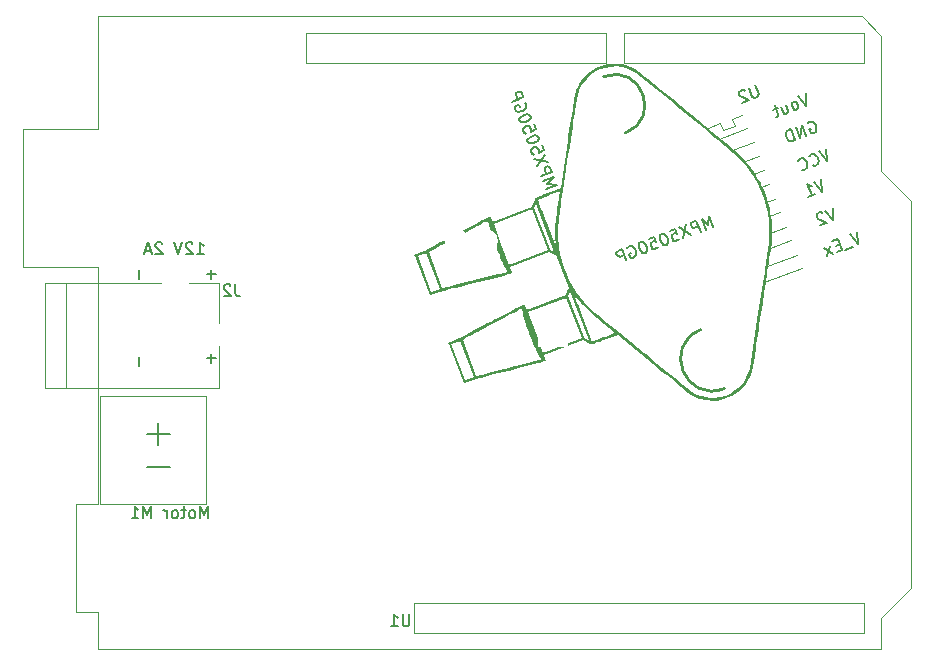
<source format=gbr>
%TF.GenerationSoftware,KiCad,Pcbnew,6.0.3-a3aad9c10e~116~ubuntu20.04.1*%
%TF.CreationDate,2022-03-21T01:13:56-04:00*%
%TF.ProjectId,Protogasm-Board-V2,50726f74-6f67-4617-936d-2d426f617264,rev?*%
%TF.SameCoordinates,PX68290a0PY76b1be0*%
%TF.FileFunction,Legend,Bot*%
%TF.FilePolarity,Positive*%
%FSLAX46Y46*%
G04 Gerber Fmt 4.6, Leading zero omitted, Abs format (unit mm)*
G04 Created by KiCad (PCBNEW 6.0.3-a3aad9c10e~116~ubuntu20.04.1) date 2022-03-21 01:13:56*
%MOMM*%
%LPD*%
G01*
G04 APERTURE LIST*
G04 Aperture macros list*
%AMRotRect*
0 Rectangle, with rotation*
0 The origin of the aperture is its center*
0 $1 length*
0 $2 width*
0 $3 Rotation angle, in degrees counterclockwise*
0 Add horizontal line*
21,1,$1,$2,0,0,$3*%
G04 Aperture macros list end*
%ADD10C,0.150000*%
%ADD11C,0.100000*%
%ADD12C,0.120000*%
%ADD13C,0.254000*%
%ADD14C,1.600000*%
%ADD15O,1.600000X1.600000*%
%ADD16R,2.000000X2.000000*%
%ADD17C,2.000000*%
%ADD18R,2.500000X3.000000*%
%ADD19O,3.500000X3.500000*%
%ADD20R,1.905000X2.000000*%
%ADD21O,1.905000X2.000000*%
%ADD22C,2.159000*%
%ADD23R,1.800000X1.800000*%
%ADD24O,1.800000X1.800000*%
%ADD25C,1.524000*%
%ADD26C,2.286000*%
%ADD27C,3.200000*%
%ADD28R,1.600000X1.600000*%
%ADD29RotRect,1.981200X1.981200X201.000000*%
%ADD30C,1.981200*%
%ADD31C,3.302000*%
%ADD32C,3.048000*%
G04 APERTURE END LIST*
D10*
X8254761Y33329620D02*
X8826190Y33329620D01*
X8540476Y33329620D02*
X8540476Y34329620D01*
X8635714Y34186762D01*
X8730952Y34091524D01*
X8826190Y34043905D01*
X7873809Y34234381D02*
X7826190Y34282000D01*
X7730952Y34329620D01*
X7492857Y34329620D01*
X7397619Y34282000D01*
X7350000Y34234381D01*
X7302380Y34139143D01*
X7302380Y34043905D01*
X7350000Y33901048D01*
X7921428Y33329620D01*
X7302380Y33329620D01*
X7016666Y34329620D02*
X6683333Y33329620D01*
X6350000Y34329620D01*
X5302380Y34234381D02*
X5254761Y34282000D01*
X5159523Y34329620D01*
X4921428Y34329620D01*
X4826190Y34282000D01*
X4778571Y34234381D01*
X4730952Y34139143D01*
X4730952Y34043905D01*
X4778571Y33901048D01*
X5350000Y33329620D01*
X4730952Y33329620D01*
X4350000Y33615334D02*
X3873809Y33615334D01*
X4445238Y33329620D02*
X4111904Y34329620D01*
X3778571Y33329620D01*
%TO.C,J2*%
X11509333Y30773620D02*
X11509333Y30059334D01*
X11556952Y29916477D01*
X11652190Y29821239D01*
X11795047Y29773620D01*
X11890285Y29773620D01*
X11080761Y30678381D02*
X11033142Y30726000D01*
X10937904Y30773620D01*
X10699809Y30773620D01*
X10604571Y30726000D01*
X10556952Y30678381D01*
X10509333Y30583143D01*
X10509333Y30487905D01*
X10556952Y30345048D01*
X11128380Y29773620D01*
X10509333Y29773620D01*
X9469428Y32003953D02*
X9469428Y31242048D01*
X9850380Y31623000D02*
X9088476Y31623000D01*
X9469428Y24891953D02*
X9469428Y24130048D01*
X9850380Y24511000D02*
X9088476Y24511000D01*
X3373428Y32003953D02*
X3373428Y31242048D01*
X3373428Y24637953D02*
X3373428Y23876048D01*
%TO.C,U1*%
X26243404Y2833620D02*
X26243404Y2024096D01*
X26195785Y1928858D01*
X26148166Y1881239D01*
X26052928Y1833620D01*
X25862452Y1833620D01*
X25767214Y1881239D01*
X25719595Y1928858D01*
X25671976Y2024096D01*
X25671976Y2833620D01*
X24671976Y1833620D02*
X25243404Y1833620D01*
X24957690Y1833620D02*
X24957690Y2833620D01*
X25052928Y2690762D01*
X25148166Y2595524D01*
X25243404Y2547905D01*
%TO.C,U2*%
X55514253Y47633263D02*
X55804361Y46877508D01*
X55794035Y46771530D01*
X55766644Y46710009D01*
X55694796Y46631422D01*
X55516972Y46563162D01*
X55410994Y46573488D01*
X55349473Y46600879D01*
X55270886Y46672726D01*
X54980779Y47428482D01*
X54614803Y47185983D02*
X54553282Y47213374D01*
X54447304Y47223700D01*
X54225023Y47138374D01*
X54153176Y47059788D01*
X54125785Y46998266D01*
X54115459Y46892289D01*
X54149589Y46803376D01*
X54245241Y46687073D01*
X54983497Y46358380D01*
X54405566Y46136533D01*
X64139814Y35240176D02*
X64186988Y34187139D01*
X63517427Y35001264D01*
X63821013Y33944641D02*
X63109713Y33671598D01*
X62665585Y34164203D02*
X62354392Y34044747D01*
X62408740Y33504534D02*
X62853302Y33675185D01*
X62494934Y34608766D01*
X62050372Y34438114D01*
X62097546Y33385078D02*
X61369616Y33819748D01*
X61858634Y34007465D02*
X61608528Y33197361D01*
X61538565Y42268668D02*
X61585739Y41215631D01*
X60916178Y42029756D01*
X60395748Y40860850D02*
X60457269Y40833459D01*
X60607703Y40840198D01*
X60696615Y40874329D01*
X60812919Y40969980D01*
X60867701Y41093023D01*
X60878027Y41199000D01*
X60854222Y41393890D01*
X60803027Y41527259D01*
X60690310Y41688019D01*
X60611724Y41759866D01*
X60488681Y41814648D01*
X60338247Y41807909D01*
X60249335Y41773779D01*
X60133031Y41678127D01*
X60105640Y41616606D01*
X59462167Y40502482D02*
X59523689Y40475091D01*
X59674122Y40481830D01*
X59763035Y40515961D01*
X59879338Y40611612D01*
X59934120Y40734655D01*
X59944446Y40840632D01*
X59920642Y41035522D01*
X59869446Y41168891D01*
X59756730Y41329651D01*
X59678143Y41401498D01*
X59555101Y41456280D01*
X59404667Y41449541D01*
X59315754Y41415411D01*
X59199451Y41319759D01*
X59172060Y41258238D01*
X62064233Y37267272D02*
X62111407Y36214235D01*
X61441846Y37028360D01*
X61209239Y36837057D02*
X61147718Y36864448D01*
X61041740Y36874774D01*
X60819459Y36789448D01*
X60747612Y36710861D01*
X60720221Y36649340D01*
X60709895Y36543362D01*
X60744025Y36454450D01*
X60839677Y36338147D01*
X61577933Y36009454D01*
X61000002Y35787607D01*
X61086914Y39692875D02*
X61134088Y38639838D01*
X60464527Y39453963D01*
X60022683Y38213210D02*
X60556158Y38417992D01*
X60289420Y38315601D02*
X59931052Y39249181D01*
X60071160Y39149943D01*
X60194203Y39095161D01*
X60300180Y39084835D01*
X59781323Y46960023D02*
X59828497Y45906986D01*
X59158936Y46721111D01*
X59072742Y45616879D02*
X59144589Y45695465D01*
X59171980Y45756987D01*
X59182306Y45862964D01*
X59079915Y46129702D01*
X59001329Y46201549D01*
X58939807Y46228940D01*
X58833830Y46239266D01*
X58700461Y46188071D01*
X58628614Y46109484D01*
X58601223Y46047963D01*
X58590897Y45941985D01*
X58693288Y45675248D01*
X58771874Y45603401D01*
X58833396Y45576009D01*
X58939373Y45565684D01*
X59072742Y45616879D01*
X57722425Y45812637D02*
X57961336Y45190250D01*
X58122530Y45966224D02*
X58310247Y45477205D01*
X58299921Y45371228D01*
X58228074Y45292641D01*
X58094705Y45241446D01*
X57988728Y45251772D01*
X57927206Y45279163D01*
X57411231Y45693181D02*
X57055581Y45556660D01*
X57158406Y45953179D02*
X57465579Y45152968D01*
X57455253Y45046990D01*
X57383406Y44968404D01*
X57294493Y44934273D01*
X37780080Y38871479D02*
X38713661Y39229847D01*
X37927362Y39285063D01*
X38474749Y39852234D01*
X37541168Y39493866D01*
X37370517Y39938428D02*
X38304097Y40296796D01*
X38167576Y40652446D01*
X38088990Y40724293D01*
X38027469Y40751684D01*
X37921491Y40762010D01*
X37788122Y40710815D01*
X37716275Y40632228D01*
X37688884Y40570707D01*
X37678558Y40464729D01*
X37815079Y40109079D01*
X37979860Y41141464D02*
X36807367Y41405483D01*
X37740948Y41763851D02*
X37046279Y40783096D01*
X37433775Y42564063D02*
X37604427Y42119501D01*
X37176930Y41904393D01*
X37204321Y41965914D01*
X37214647Y42071892D01*
X37129321Y42294173D01*
X37050735Y42366020D01*
X36989213Y42393411D01*
X36883236Y42403737D01*
X36660955Y42318412D01*
X36589107Y42239825D01*
X36561716Y42178304D01*
X36551390Y42072326D01*
X36636716Y41850045D01*
X36715303Y41778198D01*
X36776824Y41750807D01*
X37194863Y43186450D02*
X37160733Y43275362D01*
X37082147Y43347209D01*
X37020625Y43374600D01*
X36914648Y43384926D01*
X36719758Y43361122D01*
X36497477Y43275796D01*
X36336717Y43163080D01*
X36264870Y43084493D01*
X36237479Y43022972D01*
X36227153Y42916994D01*
X36261283Y42828082D01*
X36339869Y42756234D01*
X36401391Y42728843D01*
X36507368Y42718517D01*
X36702258Y42742322D01*
X36924539Y42827648D01*
X37085299Y42940364D01*
X37157146Y43018951D01*
X37184537Y43080472D01*
X37194863Y43186450D01*
X36751170Y44342311D02*
X36921821Y43897749D01*
X36494324Y43682641D01*
X36521715Y43744163D01*
X36532041Y43850140D01*
X36446715Y44072421D01*
X36368129Y44144269D01*
X36306608Y44171660D01*
X36200630Y44181986D01*
X35978349Y44096660D01*
X35906502Y44018074D01*
X35879111Y43956552D01*
X35868785Y43850575D01*
X35954110Y43628294D01*
X36032697Y43556446D01*
X36094218Y43529055D01*
X36512258Y44964698D02*
X36478127Y45053611D01*
X36399541Y45125458D01*
X36338020Y45152849D01*
X36232042Y45163175D01*
X36037152Y45139371D01*
X35814871Y45054045D01*
X35654111Y44941328D01*
X35582264Y44862742D01*
X35554873Y44801220D01*
X35544547Y44695243D01*
X35578677Y44606330D01*
X35657264Y44534483D01*
X35718785Y44507092D01*
X35824763Y44496766D01*
X36019653Y44520570D01*
X36241934Y44605896D01*
X36402693Y44718613D01*
X36474541Y44797199D01*
X36501932Y44858721D01*
X36512258Y44964698D01*
X36007043Y46147951D02*
X36085629Y46076103D01*
X36136825Y45942735D01*
X36143564Y45792301D01*
X36088782Y45669258D01*
X36016934Y45590672D01*
X35856175Y45477955D01*
X35722806Y45426760D01*
X35527916Y45402955D01*
X35421939Y45413281D01*
X35298896Y45468063D01*
X35203244Y45584367D01*
X35169114Y45673279D01*
X35162375Y45823713D01*
X35189766Y45885234D01*
X35500959Y46004690D01*
X35569220Y45826866D01*
X34947267Y46251210D02*
X35880848Y46609578D01*
X35744326Y46965228D01*
X35665740Y47037075D01*
X35604219Y47064466D01*
X35498241Y47074792D01*
X35364872Y47023596D01*
X35293025Y46945010D01*
X35265634Y46883489D01*
X35255308Y46777511D01*
X35391829Y46421861D01*
X59955924Y44410901D02*
X60027771Y44489487D01*
X60161140Y44540683D01*
X60311574Y44547422D01*
X60434616Y44492640D01*
X60513203Y44420792D01*
X60625920Y44260033D01*
X60677115Y44126664D01*
X60700919Y43931774D01*
X60690594Y43825796D01*
X60635811Y43702754D01*
X60519508Y43607102D01*
X60430596Y43572972D01*
X60280162Y43566233D01*
X60218640Y43593624D01*
X60099184Y43904817D01*
X60277009Y43973078D01*
X59852665Y43351125D02*
X59494297Y44284705D01*
X59319190Y43146343D01*
X58960822Y44079924D01*
X58874628Y42975692D02*
X58516260Y43909272D01*
X58293979Y43823947D01*
X58177676Y43728295D01*
X58122893Y43605252D01*
X58112568Y43499275D01*
X58136372Y43304385D01*
X58187567Y43171016D01*
X58300284Y43010256D01*
X58378871Y42938409D01*
X58501913Y42883627D01*
X58652347Y42890366D01*
X58874628Y42975692D01*
X51965067Y35659087D02*
X51606699Y36592668D01*
X51551483Y35806369D01*
X50984312Y36353756D01*
X51342680Y35420175D01*
X50898118Y35249524D02*
X50539750Y36183104D01*
X50184100Y36046583D01*
X50112253Y35967997D01*
X50084862Y35906476D01*
X50074536Y35800498D01*
X50125731Y35667129D01*
X50204318Y35595282D01*
X50265839Y35567891D01*
X50371817Y35557565D01*
X50727467Y35694086D01*
X49695082Y35858867D02*
X49431063Y34686374D01*
X49072695Y35619955D02*
X50053450Y34925286D01*
X48272483Y35312782D02*
X48717045Y35483434D01*
X48932153Y35055937D01*
X48870632Y35083328D01*
X48764654Y35093654D01*
X48542373Y35008328D01*
X48470526Y34929742D01*
X48443135Y34868220D01*
X48432809Y34762243D01*
X48518134Y34539962D01*
X48596721Y34468114D01*
X48658242Y34440723D01*
X48764220Y34430397D01*
X48986501Y34515723D01*
X49058348Y34594310D01*
X49085739Y34655831D01*
X47650096Y35073870D02*
X47561184Y35039740D01*
X47489337Y34961154D01*
X47461946Y34899632D01*
X47451620Y34793655D01*
X47475424Y34598765D01*
X47560750Y34376484D01*
X47673466Y34215724D01*
X47752053Y34143877D01*
X47813574Y34116486D01*
X47919552Y34106160D01*
X48008464Y34140290D01*
X48080312Y34218876D01*
X48107703Y34280398D01*
X48118029Y34386375D01*
X48094224Y34581265D01*
X48008898Y34803546D01*
X47896182Y34964306D01*
X47817595Y35036153D01*
X47756074Y35063544D01*
X47650096Y35073870D01*
X46494235Y34630177D02*
X46938797Y34800828D01*
X47153905Y34373331D01*
X47092383Y34400722D01*
X46986406Y34411048D01*
X46764125Y34325722D01*
X46692277Y34247136D01*
X46664886Y34185615D01*
X46654560Y34079637D01*
X46739886Y33857356D01*
X46818472Y33785509D01*
X46879994Y33758118D01*
X46985971Y33747792D01*
X47208252Y33833117D01*
X47280100Y33911704D01*
X47307491Y33973225D01*
X45871848Y34391265D02*
X45782935Y34357134D01*
X45711088Y34278548D01*
X45683697Y34217027D01*
X45673371Y34111049D01*
X45697175Y33916159D01*
X45782501Y33693878D01*
X45895218Y33533118D01*
X45973804Y33461271D01*
X46035326Y33433880D01*
X46141303Y33423554D01*
X46230216Y33457684D01*
X46302063Y33536271D01*
X46329454Y33597792D01*
X46339780Y33703770D01*
X46315976Y33898660D01*
X46230650Y34120941D01*
X46117933Y34281700D01*
X46039347Y34353548D01*
X45977825Y34380939D01*
X45871848Y34391265D01*
X44688595Y33886050D02*
X44760443Y33964636D01*
X44893811Y34015832D01*
X45044245Y34022571D01*
X45167288Y33967789D01*
X45245874Y33895941D01*
X45358591Y33735182D01*
X45409786Y33601813D01*
X45433591Y33406923D01*
X45423265Y33300946D01*
X45368483Y33177903D01*
X45252179Y33082251D01*
X45163267Y33048121D01*
X45012833Y33041382D01*
X44951312Y33068773D01*
X44831856Y33379966D01*
X45009680Y33448227D01*
X44585336Y32826274D02*
X44226968Y33759855D01*
X43871318Y33623333D01*
X43799471Y33544747D01*
X43772080Y33483226D01*
X43761754Y33377248D01*
X43812950Y33243879D01*
X43891536Y33172032D01*
X43953057Y33144641D01*
X44059035Y33134315D01*
X44414685Y33270836D01*
%TO.C,M1*%
X4380904Y10977620D02*
X4380904Y11977620D01*
X4047571Y11263334D01*
X3714238Y11977620D01*
X3714238Y10977620D01*
X2714238Y10977620D02*
X3285666Y10977620D01*
X2999952Y10977620D02*
X2999952Y11977620D01*
X3095190Y11834762D01*
X3190428Y11739524D01*
X3285666Y11691905D01*
X5938119Y18106572D02*
X4002880Y18106572D01*
X4970500Y17138953D02*
X4970500Y19074191D01*
X9206904Y10977620D02*
X9206904Y11977620D01*
X8873571Y11263334D01*
X8540238Y11977620D01*
X8540238Y10977620D01*
X7921190Y10977620D02*
X8016428Y11025239D01*
X8064047Y11072858D01*
X8111666Y11168096D01*
X8111666Y11453810D01*
X8064047Y11549048D01*
X8016428Y11596667D01*
X7921190Y11644286D01*
X7778333Y11644286D01*
X7683095Y11596667D01*
X7635476Y11549048D01*
X7587857Y11453810D01*
X7587857Y11168096D01*
X7635476Y11072858D01*
X7683095Y11025239D01*
X7778333Y10977620D01*
X7921190Y10977620D01*
X7302142Y11644286D02*
X6921190Y11644286D01*
X7159285Y11977620D02*
X7159285Y11120477D01*
X7111666Y11025239D01*
X7016428Y10977620D01*
X6921190Y10977620D01*
X6445000Y10977620D02*
X6540238Y11025239D01*
X6587857Y11072858D01*
X6635476Y11168096D01*
X6635476Y11453810D01*
X6587857Y11549048D01*
X6540238Y11596667D01*
X6445000Y11644286D01*
X6302142Y11644286D01*
X6206904Y11596667D01*
X6159285Y11549048D01*
X6111666Y11453810D01*
X6111666Y11168096D01*
X6159285Y11072858D01*
X6206904Y11025239D01*
X6302142Y10977620D01*
X6445000Y10977620D01*
X5683095Y10977620D02*
X5683095Y11644286D01*
X5683095Y11453810D02*
X5635476Y11549048D01*
X5587857Y11596667D01*
X5492619Y11644286D01*
X5397380Y11644286D01*
X5938119Y15312572D02*
X4002880Y15312572D01*
D11*
%TO.C,J2*%
X-4572000Y30861000D02*
X5207000Y30861000D01*
D12*
X10160000Y30861000D02*
X7594600Y30861000D01*
X10160000Y21971000D02*
X10160000Y25577800D01*
X10160000Y30861000D02*
X10160000Y27508200D01*
D11*
X10160000Y21971000D02*
X-4572000Y21971000D01*
X-4572000Y21971000D02*
X-4572000Y30861000D01*
D12*
X-4572000Y21971000D02*
X-2794000Y21971000D01*
X-2794000Y21971000D02*
X-2794000Y30861000D01*
X-2794000Y30861000D02*
X-4572000Y30861000D01*
X-4572000Y30861000D02*
X-4572000Y21971000D01*
%TO.C,U1*%
X64520000Y53470000D02*
X66170000Y51820000D01*
X-6480000Y43940000D02*
X-130000Y43940000D01*
X68710000Y37850000D02*
X68710000Y5080000D01*
X-2030000Y3050000D02*
X-2030000Y12190000D01*
X-130000Y53470000D02*
X64520000Y53470000D01*
X-2030000Y12190000D02*
X-130000Y12190000D01*
X-130000Y32260000D02*
X-6480000Y32260000D01*
X66170000Y-130000D02*
X-130000Y-130000D01*
X-130000Y12190000D02*
X-130000Y32260000D01*
X-130000Y-130000D02*
X-130000Y3050000D01*
X-130000Y3050000D02*
X-2030000Y3050000D01*
X66170000Y40390000D02*
X68710000Y37850000D01*
X-6480000Y32260000D02*
X-6480000Y43940000D01*
X68710000Y5080000D02*
X66170000Y2540000D01*
X-130000Y43940000D02*
X-130000Y53470000D01*
X66170000Y2540000D02*
X66170000Y-130000D01*
X66170000Y51820000D02*
X66170000Y40390000D01*
X17526000Y52070000D02*
X42926000Y52070000D01*
X42926000Y52070000D02*
X42926000Y49530000D01*
X42926000Y49530000D02*
X17526000Y49530000D01*
X17526000Y49530000D02*
X17526000Y52070000D01*
X44450000Y49530000D02*
X64770000Y49530000D01*
X64770000Y49530000D02*
X64770000Y52070000D01*
X64770000Y52070000D02*
X44450000Y52070000D01*
X44450000Y52070000D02*
X44450000Y49530000D01*
X26670000Y1270000D02*
X64770000Y1270000D01*
X64770000Y1270000D02*
X64770000Y3810000D01*
X64770000Y3810000D02*
X26670000Y3810000D01*
X26670000Y3810000D02*
X26670000Y1270000D01*
%TO.C,U2*%
X58541291Y34572978D02*
X56739481Y33881328D01*
X56279990Y40463871D02*
X55369749Y40114462D01*
X54632048Y41213062D02*
X55817695Y41668190D01*
X52768491Y43807548D02*
X53776758Y44194585D01*
X53551422Y42158603D02*
X54649966Y41166383D01*
X53540235Y44810748D02*
X54380457Y45133279D01*
X57638204Y36925601D02*
X56690620Y36561857D01*
X51484189Y44000083D02*
X52539135Y44405039D01*
X53776758Y44194585D02*
X53540235Y44810748D01*
X58122001Y35665267D02*
X56805652Y35159969D01*
X56720782Y39315567D02*
X55978586Y39030664D01*
X55380486Y42807158D02*
X53578676Y42115507D01*
X59451546Y32201684D02*
X56277372Y30983233D01*
X57208163Y38045897D02*
X56461298Y37759203D01*
X59044091Y33277093D02*
X56551431Y32320251D01*
X52539135Y44405039D02*
X52768491Y43807548D01*
X54814082Y44003647D02*
X52442788Y43093392D01*
D13*
X50893628Y26940345D02*
G75*
G03*
X52913214Y21958187I1009793J-2491079D01*
G01*
X44505719Y43581415D02*
G75*
G03*
X42692423Y48374975I-906648J2396780D01*
G01*
G36*
X33302595Y36082864D02*
G01*
X36342544Y37249790D01*
X36824494Y37249790D01*
X38159466Y33772067D01*
X38189168Y33694691D01*
X38353200Y33623987D01*
X38517231Y33553282D01*
X36973671Y37574394D01*
X36899083Y37412092D01*
X36824494Y37249790D01*
X36342544Y37249790D01*
X36600039Y37348633D01*
X36729913Y37646602D01*
X36765570Y37732069D01*
X36811353Y37855737D01*
X36838325Y37946335D01*
X37116335Y37946335D01*
X37118263Y37938854D01*
X37138514Y37881462D01*
X37179206Y37771755D01*
X37218234Y37668273D01*
X37238450Y37614672D01*
X37314361Y37415149D01*
X37405050Y37178128D01*
X37508632Y36908542D01*
X37623218Y36611333D01*
X37746921Y36291437D01*
X37877854Y35953792D01*
X38645897Y33975901D01*
X38627722Y34225595D01*
X38623942Y34278168D01*
X38602560Y34613431D01*
X38588816Y34921462D01*
X38584820Y35131526D01*
X38808582Y35131526D01*
X38811335Y35031867D01*
X38813329Y34987980D01*
X38827491Y34758374D01*
X38848329Y34501530D01*
X38874197Y34232624D01*
X38903447Y33966832D01*
X38934431Y33719331D01*
X38965503Y33505296D01*
X38995013Y33339903D01*
X39060608Y33067075D01*
X39157573Y32735346D01*
X39276547Y32377512D01*
X39411845Y32008385D01*
X39557782Y31642769D01*
X39708675Y31295473D01*
X39858839Y30981306D01*
X40002591Y30715074D01*
X40018395Y30688459D01*
X40114558Y30536853D01*
X40240210Y30350688D01*
X40264254Y30316427D01*
X40386421Y30142345D01*
X40544259Y29924203D01*
X40704795Y29708643D01*
X40859097Y29508048D01*
X40998236Y29334795D01*
X41041029Y29284057D01*
X41110727Y29205334D01*
X41189807Y29120829D01*
X41280508Y29028630D01*
X41385071Y28926825D01*
X41505732Y28813505D01*
X41644734Y28686760D01*
X41804314Y28544678D01*
X41986712Y28385348D01*
X42194166Y28206860D01*
X42428917Y28007302D01*
X42693204Y27784766D01*
X42989266Y27537340D01*
X43319342Y27263112D01*
X43685671Y26960173D01*
X43886254Y26794898D01*
X44090493Y26626611D01*
X44536048Y26260516D01*
X45024573Y25859977D01*
X45558310Y25423084D01*
X46139496Y24947925D01*
X46254506Y24853944D01*
X46769450Y24433204D01*
X47237859Y24050620D01*
X47662143Y23704282D01*
X48044710Y23392284D01*
X48387968Y23112715D01*
X48694326Y22863667D01*
X48966192Y22643231D01*
X49205974Y22449497D01*
X49416080Y22280559D01*
X49598920Y22134505D01*
X49756902Y22009428D01*
X49892433Y21903418D01*
X50007923Y21814567D01*
X50105780Y21740968D01*
X50188412Y21680708D01*
X50258227Y21631880D01*
X50317635Y21592578D01*
X50369044Y21560889D01*
X50414861Y21534906D01*
X50457495Y21512720D01*
X50499355Y21492423D01*
X50613222Y21440483D01*
X50989300Y21299124D01*
X51359145Y21210803D01*
X51739907Y21172275D01*
X52148742Y21180292D01*
X52225422Y21186809D01*
X52400257Y21208164D01*
X52566470Y21236027D01*
X52696440Y21266070D01*
X52811980Y21299219D01*
X52926370Y21331518D01*
X53005221Y21353200D01*
X53161450Y21409256D01*
X53362923Y21509412D01*
X53583089Y21641570D01*
X53809707Y21797268D01*
X54030532Y21968049D01*
X54233324Y22145452D01*
X54405839Y22321019D01*
X54468254Y22393704D01*
X54538040Y22485647D01*
X54603223Y22587969D01*
X54670839Y22712924D01*
X54747927Y22872771D01*
X54841523Y23079763D01*
X55080576Y23618107D01*
X55710815Y27812759D01*
X55787139Y28320746D01*
X55867602Y28856294D01*
X55947227Y29386275D01*
X56025227Y29905451D01*
X56100816Y30408583D01*
X56173207Y30890432D01*
X56241611Y31345761D01*
X56305242Y31769331D01*
X56363314Y32155903D01*
X56415040Y32500238D01*
X56459633Y32797099D01*
X56496303Y33041247D01*
X56524267Y33227443D01*
X56531274Y33274284D01*
X56599360Y33754513D01*
X56652134Y34182361D01*
X56690040Y34566567D01*
X56713524Y34915869D01*
X56723025Y35239002D01*
X56718991Y35544705D01*
X56701863Y35841715D01*
X56672085Y36138769D01*
X56576618Y36786536D01*
X56435219Y37451154D01*
X56251205Y38081682D01*
X56020725Y38688146D01*
X55739934Y39280566D01*
X55404982Y39868971D01*
X55012022Y40463381D01*
X54996093Y40485911D01*
X54818853Y40725556D01*
X54631678Y40957270D01*
X54428391Y41187250D01*
X54202816Y41421692D01*
X53948777Y41666793D01*
X53660098Y41928748D01*
X53330602Y42213754D01*
X52954114Y42528009D01*
X52817486Y42640473D01*
X52629128Y42795511D01*
X52399397Y42984599D01*
X52132386Y43204370D01*
X51832183Y43451458D01*
X51502878Y43722496D01*
X51148563Y44014118D01*
X50773325Y44322958D01*
X50381257Y44645648D01*
X49976448Y44978824D01*
X49562986Y45319117D01*
X49144965Y45663165D01*
X48726472Y46007596D01*
X45451342Y48703119D01*
X44913469Y48943228D01*
X44789311Y48997661D01*
X44542722Y49096757D01*
X44325788Y49166852D01*
X44121419Y49211104D01*
X43912526Y49232670D01*
X43682018Y49234704D01*
X43412806Y49220363D01*
X43287631Y49209160D01*
X42833477Y49130920D01*
X42408039Y48995687D01*
X42010783Y48803260D01*
X41641175Y48553438D01*
X41544481Y48475574D01*
X41251431Y48204156D01*
X41007549Y47913363D01*
X40802132Y47589126D01*
X40624471Y47217375D01*
X40620684Y47208277D01*
X40603346Y47165029D01*
X40586588Y47119220D01*
X40569896Y47067819D01*
X40552759Y47007797D01*
X40534665Y46936122D01*
X40515100Y46849766D01*
X40493552Y46745697D01*
X40469508Y46620886D01*
X40442457Y46472303D01*
X40411885Y46296918D01*
X40377279Y46091700D01*
X40338128Y45853619D01*
X40293920Y45579646D01*
X40244139Y45266751D01*
X40188276Y44911903D01*
X40125817Y44512072D01*
X40056250Y44064228D01*
X39979061Y43565341D01*
X39893741Y43012380D01*
X39799774Y42402317D01*
X39696647Y41732121D01*
X39618786Y41225450D01*
X39511373Y40524320D01*
X39413357Y39881410D01*
X39324354Y39293803D01*
X39243978Y38758579D01*
X39243746Y38757020D01*
X39171843Y38272822D01*
X39107563Y37833612D01*
X39050753Y37438031D01*
X39001029Y37083161D01*
X38958001Y36766083D01*
X38921288Y36483880D01*
X38890502Y36233632D01*
X38865258Y36012422D01*
X38845171Y35817331D01*
X38829854Y35645441D01*
X38818921Y35493835D01*
X38811990Y35359591D01*
X38808671Y35239795D01*
X38808582Y35131526D01*
X38584820Y35131526D01*
X38583285Y35212240D01*
X38586546Y35495748D01*
X38599174Y35781967D01*
X38621747Y36080878D01*
X38654843Y36402462D01*
X38699037Y36756700D01*
X38754909Y37153574D01*
X38823035Y37603064D01*
X38987023Y38658473D01*
X38054941Y38309730D01*
X37943384Y38267904D01*
X37722292Y38184462D01*
X37524826Y38109214D01*
X37358241Y38044968D01*
X37229794Y37994534D01*
X37146740Y37960720D01*
X37116335Y37946335D01*
X36838325Y37946335D01*
X36840325Y37953054D01*
X36847364Y38008248D01*
X36846498Y38013105D01*
X36846554Y38029914D01*
X36855906Y38047116D01*
X36880132Y38067254D01*
X36924811Y38092874D01*
X36995522Y38126519D01*
X37097842Y38170732D01*
X37237352Y38228058D01*
X37419630Y38301042D01*
X37650255Y38392227D01*
X37934804Y38504158D01*
X39034668Y38936391D01*
X39638087Y42888266D01*
X39708236Y43346418D01*
X39782963Y43831667D01*
X39855269Y44298353D01*
X39924508Y44742420D01*
X39990030Y45159812D01*
X40051188Y45546472D01*
X40107336Y45898343D01*
X40157826Y46211372D01*
X40202010Y46481498D01*
X40239240Y46704668D01*
X40268869Y46876824D01*
X40290250Y46993910D01*
X40302734Y47051870D01*
X40315996Y47094519D01*
X40383375Y47269911D01*
X40478344Y47476612D01*
X40593270Y47698744D01*
X40720511Y47920430D01*
X40732704Y47940187D01*
X40883406Y48145829D01*
X41079682Y48361908D01*
X41308730Y48577140D01*
X41557747Y48780244D01*
X41813930Y48959934D01*
X42064479Y49104929D01*
X42204793Y49171356D01*
X42578797Y49308310D01*
X42978982Y49404618D01*
X43391576Y49458897D01*
X43802808Y49469768D01*
X44198901Y49435849D01*
X44566082Y49355758D01*
X44593343Y49347374D01*
X44775805Y49281199D01*
X44982215Y49192796D01*
X45195646Y49090610D01*
X45399170Y48983084D01*
X45575859Y48878663D01*
X45708784Y48785790D01*
X45773080Y48733927D01*
X45886431Y48641748D01*
X46039096Y48517126D01*
X46227221Y48363230D01*
X46446946Y48183235D01*
X46694416Y47980315D01*
X46965775Y47757642D01*
X47257164Y47518390D01*
X47564727Y47265733D01*
X47884608Y47002843D01*
X48212949Y46732894D01*
X48545894Y46459059D01*
X48879586Y46184512D01*
X49210167Y45912425D01*
X49533781Y45645973D01*
X49846572Y45388328D01*
X50144682Y45142663D01*
X50424255Y44912153D01*
X50681433Y44699971D01*
X50912361Y44509289D01*
X51113180Y44343281D01*
X51280035Y44205120D01*
X51409068Y44097980D01*
X51496421Y44025034D01*
X51538241Y43989456D01*
X51619495Y43914745D01*
X51708572Y43827869D01*
X51770301Y43761975D01*
X51777622Y43753542D01*
X51831841Y43703611D01*
X51869121Y43689004D01*
X51873249Y43688803D01*
X51916354Y43665023D01*
X51992409Y43611694D01*
X52089024Y43538596D01*
X52193802Y43455503D01*
X52294350Y43372195D01*
X52378273Y43298448D01*
X52433178Y43244039D01*
X52466960Y43212140D01*
X52541763Y43151077D01*
X52634168Y43081634D01*
X52721212Y43016369D01*
X52855500Y42911524D01*
X53017829Y42781949D01*
X53197322Y42636519D01*
X53383100Y42484110D01*
X53564284Y42333597D01*
X53729997Y42193858D01*
X53869361Y42073767D01*
X53977343Y41976746D01*
X54155828Y41807701D01*
X54336514Y41627602D01*
X54506675Y41449553D01*
X54653584Y41286660D01*
X54764514Y41152024D01*
X54825108Y41075299D01*
X54895132Y40992696D01*
X54944255Y40941719D01*
X54983975Y40901331D01*
X55066980Y40798507D01*
X55172079Y40653434D01*
X55293929Y40474378D01*
X55427186Y40269609D01*
X55566504Y40047394D01*
X55706540Y39816003D01*
X55841951Y39583701D01*
X55967392Y39358759D01*
X56035806Y39228660D01*
X56178268Y38932647D01*
X56246542Y38774829D01*
X56313831Y38619293D01*
X56435439Y38306280D01*
X56536037Y38011288D01*
X56608570Y37751996D01*
X56657800Y37538377D01*
X56735380Y37171711D01*
X56805581Y36802885D01*
X56865623Y36447728D01*
X56912723Y36122072D01*
X56944104Y35841747D01*
X56948154Y35789795D01*
X56956315Y35600879D01*
X56958606Y35375620D01*
X56955576Y35126546D01*
X56947770Y34866185D01*
X56935737Y34607065D01*
X56920027Y34361715D01*
X56901184Y34142663D01*
X56879758Y33962436D01*
X56856297Y33833562D01*
X56854645Y33826046D01*
X56842575Y33758823D01*
X56822634Y33637686D01*
X56795980Y33470071D01*
X56763776Y33263418D01*
X56727183Y33025165D01*
X56687362Y32762749D01*
X56645476Y32483609D01*
X56639121Y32441027D01*
X56596366Y32154880D01*
X56555202Y31879922D01*
X56516933Y31624822D01*
X56482862Y31398249D01*
X56454291Y31208871D01*
X56432525Y31065357D01*
X56418867Y30976378D01*
X56410014Y30918580D01*
X56391857Y30798805D01*
X56365528Y30624461D01*
X56331705Y30400061D01*
X56291070Y30130119D01*
X56244297Y29819149D01*
X56192068Y29471664D01*
X56135060Y29092178D01*
X56073952Y28685204D01*
X56009423Y28255256D01*
X55942151Y27806848D01*
X55872815Y27344493D01*
X55809184Y26920287D01*
X55741762Y26471201D01*
X55677029Y26040450D01*
X55615664Y25632518D01*
X55558343Y25251893D01*
X55505744Y24903061D01*
X55458543Y24590507D01*
X55417418Y24318718D01*
X55383044Y24092180D01*
X55356100Y23915379D01*
X55337262Y23792801D01*
X55327208Y23728932D01*
X55323054Y23705648D01*
X55281741Y23540052D01*
X55216802Y23339564D01*
X55135169Y23121788D01*
X55043771Y22904326D01*
X54949538Y22704778D01*
X54859401Y22540747D01*
X54742202Y22370444D01*
X54548794Y22139988D01*
X54320806Y21909419D01*
X54072299Y21691750D01*
X53817329Y21499994D01*
X53569954Y21347162D01*
X53481060Y21300711D01*
X53055231Y21120138D01*
X52614607Y21001485D01*
X52156491Y20943980D01*
X52111391Y20941708D01*
X51882425Y20938941D01*
X51642223Y20948279D01*
X51409494Y20968215D01*
X51202950Y20997239D01*
X51041304Y21033845D01*
X50830203Y21102795D01*
X50614128Y21183396D01*
X50411204Y21268285D01*
X50237662Y21350672D01*
X50109731Y21423760D01*
X50076724Y21448037D01*
X49993196Y21513025D01*
X49866020Y21613866D01*
X49698415Y21747953D01*
X49493602Y21912679D01*
X49254800Y22105436D01*
X48985229Y22323618D01*
X48688109Y22564620D01*
X48366659Y22825835D01*
X48024100Y23104655D01*
X47663649Y23398474D01*
X47288529Y23704686D01*
X46901958Y24020683D01*
X43869409Y26501320D01*
X42733717Y26082479D01*
X42616574Y26039288D01*
X42347072Y25940127D01*
X42129508Y25860682D01*
X41958100Y25799158D01*
X41827061Y25753755D01*
X41730608Y25722679D01*
X41662954Y25704130D01*
X41618317Y25696312D01*
X41590911Y25697429D01*
X41574951Y25705682D01*
X41564653Y25719275D01*
X41543627Y25740097D01*
X41471414Y25787975D01*
X41363881Y25847188D01*
X41235387Y25909441D01*
X40939492Y26043972D01*
X37642048Y24778203D01*
X37728281Y24553560D01*
X37731321Y24545375D01*
X37756303Y24478112D01*
X37785592Y24382696D01*
X37790856Y24325127D01*
X37774329Y24292743D01*
X37773260Y24292037D01*
X37730319Y24277385D01*
X37630318Y24248447D01*
X37477667Y24206379D01*
X37276780Y24152341D01*
X37032069Y24087490D01*
X36747947Y24012983D01*
X36428826Y23929979D01*
X36079119Y23839634D01*
X35703237Y23743107D01*
X35305595Y23641555D01*
X34890603Y23536136D01*
X34658846Y23477388D01*
X34179011Y23355488D01*
X33754621Y23247211D01*
X33381128Y23151327D01*
X33053979Y23066602D01*
X32768622Y22991804D01*
X32520511Y22925701D01*
X32305091Y22867062D01*
X32117813Y22814653D01*
X31954128Y22767241D01*
X31809482Y22723597D01*
X31679326Y22682485D01*
X31559109Y22642675D01*
X31444281Y22602935D01*
X30841501Y22390165D01*
X29559186Y25730711D01*
X29781633Y25730711D01*
X30960957Y22658468D01*
X31706647Y22944711D01*
X30527323Y26016955D01*
X29781633Y25730711D01*
X29559186Y25730711D01*
X29513331Y25850167D01*
X30101276Y26094400D01*
X30737154Y26094400D01*
X31914402Y23027563D01*
X31931138Y23030885D01*
X32017752Y23048078D01*
X32031087Y23051075D01*
X32103560Y23068710D01*
X32230934Y23100434D01*
X32408368Y23145019D01*
X32631020Y23201237D01*
X32894046Y23267861D01*
X33192607Y23343665D01*
X33521859Y23427419D01*
X33876961Y23517899D01*
X34253072Y23613875D01*
X34645348Y23714121D01*
X34816373Y23757850D01*
X35203458Y23856768D01*
X35572901Y23951099D01*
X35919783Y24039597D01*
X36239188Y24121007D01*
X36526197Y24194077D01*
X36775893Y24257557D01*
X36983357Y24310195D01*
X37143673Y24350739D01*
X37251921Y24377938D01*
X37303184Y24390540D01*
X37339150Y24399241D01*
X37407634Y24418739D01*
X37433134Y24430912D01*
X37431849Y24433274D01*
X37405961Y24469831D01*
X37358523Y24532703D01*
X37321785Y24586494D01*
X37249242Y24710990D01*
X37159647Y24880153D01*
X37057225Y25085262D01*
X36946201Y25317598D01*
X36830798Y25568442D01*
X36715240Y25829074D01*
X36603751Y26090776D01*
X36487691Y26378743D01*
X36367044Y26696340D01*
X36249425Y27023006D01*
X36233858Y27068574D01*
X36505928Y27068574D01*
X36510640Y27042702D01*
X36529356Y26975393D01*
X36560546Y26869869D01*
X36580225Y26806685D01*
X36652009Y26600845D01*
X36735843Y26386420D01*
X36818165Y26198748D01*
X36852022Y26127649D01*
X36888523Y26052873D01*
X36908034Y26017159D01*
X36909532Y26023925D01*
X36891995Y26076587D01*
X36854402Y26178564D01*
X36795733Y26333276D01*
X36714965Y26544139D01*
X36657669Y26693209D01*
X36591088Y26865325D01*
X36544623Y26983108D01*
X36516746Y27049784D01*
X36505928Y27068574D01*
X36233858Y27068574D01*
X36138579Y27347466D01*
X36038251Y27658441D01*
X35952184Y27944654D01*
X35884121Y28194829D01*
X35837809Y28397687D01*
X35833949Y28417170D01*
X36245179Y28417170D01*
X36932164Y26627514D01*
X37561900Y24986996D01*
X40813109Y26235018D01*
X39496388Y29665192D01*
X36245179Y28417170D01*
X35833949Y28417170D01*
X35816124Y28507136D01*
X35791895Y28624554D01*
X35774016Y28705427D01*
X35765294Y28736643D01*
X35756863Y28732898D01*
X35700301Y28704431D01*
X35594770Y28650180D01*
X35445224Y28572740D01*
X35256615Y28474707D01*
X35033895Y28358678D01*
X34782018Y28227248D01*
X34505934Y28083015D01*
X34210598Y27928573D01*
X33900960Y27766519D01*
X33581974Y27599449D01*
X33258593Y27429959D01*
X32935768Y27260645D01*
X32618452Y27094104D01*
X32311598Y26932931D01*
X32020158Y26779722D01*
X31749084Y26637074D01*
X31503329Y26507582D01*
X31287846Y26393843D01*
X31107586Y26298453D01*
X30967503Y26224007D01*
X30872548Y26173103D01*
X30827675Y26148335D01*
X30737154Y26094400D01*
X30101276Y26094400D01*
X30103654Y26095388D01*
X30153066Y26116065D01*
X30266269Y26164681D01*
X30385388Y26217795D01*
X30514631Y26277537D01*
X30658202Y26346036D01*
X30820309Y26425421D01*
X31005157Y26517822D01*
X31216954Y26625368D01*
X31459906Y26750187D01*
X31738218Y26894411D01*
X32056098Y27060166D01*
X32417752Y27249584D01*
X32827384Y27464793D01*
X33289204Y27707923D01*
X33332661Y27730815D01*
X33710054Y27929275D01*
X34071507Y28118764D01*
X34412968Y28297188D01*
X34730385Y28462458D01*
X35019701Y28612480D01*
X35276865Y28745162D01*
X35497820Y28858412D01*
X35678516Y28950137D01*
X35814896Y29018246D01*
X35902908Y29060645D01*
X35938498Y29075244D01*
X35958005Y29071343D01*
X35991492Y29040859D01*
X36029485Y28970916D01*
X36078799Y28850606D01*
X36165031Y28625964D01*
X39204158Y29792575D01*
X39687050Y29792575D01*
X41021902Y26315166D01*
X41040034Y26267932D01*
X41224825Y26187725D01*
X41409616Y26107517D01*
X39928810Y29965148D01*
X40197344Y29965148D01*
X40211450Y29915391D01*
X40246285Y29812464D01*
X40300248Y29660707D01*
X40371740Y29464459D01*
X40459162Y29228058D01*
X40560914Y28955846D01*
X40675396Y28652159D01*
X40801008Y28321337D01*
X40936151Y27967720D01*
X41716689Y25931638D01*
X42671172Y26298030D01*
X42787724Y26342983D01*
X43015848Y26432302D01*
X43216550Y26512687D01*
X43383345Y26581443D01*
X43509753Y26635871D01*
X43589289Y26673274D01*
X43615471Y26690954D01*
X43593322Y26712878D01*
X43526688Y26771132D01*
X43421256Y26860582D01*
X43282687Y26976492D01*
X43116646Y27114127D01*
X42928797Y27268752D01*
X42724801Y27435631D01*
X42456167Y27655961D01*
X42123563Y27933453D01*
X41832553Y28183096D01*
X41577294Y28410568D01*
X41351939Y28621550D01*
X41150646Y28821723D01*
X40967567Y29016769D01*
X40796860Y29212366D01*
X40632680Y29414196D01*
X40469181Y29627940D01*
X40380449Y29745376D01*
X40297347Y29852103D01*
X40233589Y29930471D01*
X40198387Y29968888D01*
X40197344Y29965148D01*
X39928810Y29965148D01*
X39854365Y30159085D01*
X39770708Y29975830D01*
X39687050Y29792575D01*
X39204158Y29792575D01*
X39459579Y29890622D01*
X39593807Y30189405D01*
X39728033Y30488189D01*
X38674622Y33232418D01*
X38375840Y33366646D01*
X38077056Y33500873D01*
X34779612Y32235103D01*
X34871569Y31995547D01*
X34908850Y31894425D01*
X34935491Y31804406D01*
X34939391Y31750238D01*
X34922877Y31719397D01*
X34921351Y31718449D01*
X34876399Y31703447D01*
X34774449Y31674453D01*
X34619907Y31632601D01*
X34417177Y31579027D01*
X34170666Y31514865D01*
X33884776Y31441250D01*
X33563914Y31359319D01*
X33212485Y31270205D01*
X32834893Y31175044D01*
X32435545Y31074970D01*
X32018844Y30971119D01*
X31750079Y30904277D01*
X31272958Y30785337D01*
X30851088Y30679709D01*
X30479959Y30586190D01*
X30155060Y30503583D01*
X29871883Y30430688D01*
X29625917Y30366306D01*
X29412653Y30309237D01*
X29227581Y30258283D01*
X29066192Y30212243D01*
X28923975Y30169919D01*
X28796421Y30130112D01*
X28679019Y30091622D01*
X28567262Y30053249D01*
X27979065Y29847066D01*
X26708199Y33157784D01*
X26930647Y33157784D01*
X28098521Y30115369D01*
X28814384Y30390163D01*
X27646510Y33432578D01*
X26930647Y33157784D01*
X26708199Y33157784D01*
X26662344Y33277240D01*
X27219305Y33510023D01*
X27856341Y33510023D01*
X29022140Y30473014D01*
X29038597Y30476230D01*
X29125601Y30493234D01*
X29141980Y30496884D01*
X29218329Y30515170D01*
X29349369Y30547218D01*
X29530283Y30591831D01*
X29756262Y30647811D01*
X30022489Y30713965D01*
X30324154Y30789092D01*
X30656440Y30871998D01*
X31014536Y30961486D01*
X31393628Y31056357D01*
X31788902Y31155418D01*
X31993423Y31206690D01*
X32380995Y31303753D01*
X32749914Y31396016D01*
X33095367Y31482282D01*
X33412541Y31561354D01*
X33696622Y31632036D01*
X33942797Y31693130D01*
X34146252Y31743440D01*
X34302175Y31781769D01*
X34405750Y31806918D01*
X34452167Y31817692D01*
X34456222Y31818509D01*
X34524585Y31841453D01*
X34543875Y31868535D01*
X34542835Y31870909D01*
X34518500Y31915630D01*
X34468780Y32002054D01*
X34400279Y32118819D01*
X34319599Y32254557D01*
X34272787Y32333758D01*
X34221910Y32423503D01*
X34174055Y32514000D01*
X34126025Y32612627D01*
X34074623Y32726764D01*
X34016653Y32863791D01*
X33948918Y33031086D01*
X33868221Y33236030D01*
X33771365Y33486003D01*
X33655154Y33788384D01*
X33625473Y33865944D01*
X33463504Y34296193D01*
X33362901Y34573544D01*
X33613728Y34573544D01*
X33629170Y34514198D01*
X33646838Y34456373D01*
X33696569Y34305190D01*
X33760224Y34121666D01*
X33831469Y33923877D01*
X33903973Y33729894D01*
X33949111Y33613477D01*
X34018575Y33440836D01*
X34082811Y33288457D01*
X34136188Y33169571D01*
X34173077Y33097404D01*
X34178171Y33089731D01*
X34181756Y33098873D01*
X34163422Y33162368D01*
X34124537Y33276309D01*
X34066471Y33436784D01*
X33990594Y33639888D01*
X33898275Y33881709D01*
X33850280Y34006018D01*
X33760310Y34236698D01*
X33691917Y34408208D01*
X33644854Y34521131D01*
X33618874Y34576048D01*
X33613728Y34573544D01*
X33362901Y34573544D01*
X33325493Y34676675D01*
X33209138Y35014507D01*
X33112141Y35316810D01*
X33032200Y35590700D01*
X32967017Y35843297D01*
X32960212Y35874070D01*
X33382744Y35874070D01*
X34115527Y33965104D01*
X34699464Y32443897D01*
X37950673Y33691919D01*
X36633953Y37122092D01*
X33382744Y35874070D01*
X32960212Y35874070D01*
X32914293Y36081721D01*
X32889747Y36203100D01*
X32795349Y36146559D01*
X32780502Y36138173D01*
X32711012Y36100367D01*
X32591677Y36036197D01*
X32426883Y35948002D01*
X32221020Y35838118D01*
X31978473Y35708882D01*
X31703631Y35562631D01*
X31400881Y35401704D01*
X31074612Y35228435D01*
X30729210Y35045162D01*
X30369064Y34854224D01*
X30182769Y34755476D01*
X29829800Y34568269D01*
X29493905Y34389975D01*
X29179462Y34222923D01*
X28890849Y34069448D01*
X28632444Y33931877D01*
X28408623Y33812545D01*
X28223767Y33713783D01*
X28082252Y33637922D01*
X27988457Y33587292D01*
X27946758Y33564226D01*
X27856341Y33510023D01*
X27219305Y33510023D01*
X27237424Y33517596D01*
X27293146Y33541094D01*
X27403556Y33588993D01*
X27520378Y33641674D01*
X27647766Y33701267D01*
X27789873Y33769895D01*
X27950855Y33849687D01*
X28134864Y33942767D01*
X28346055Y34051263D01*
X28588580Y34177302D01*
X28866595Y34323008D01*
X29184253Y34490509D01*
X29545708Y34681931D01*
X29955113Y34899401D01*
X30416624Y35145044D01*
X30472511Y35174806D01*
X30849680Y35375310D01*
X31210841Y35566702D01*
X31551959Y35746883D01*
X31869003Y35913744D01*
X32157938Y36065185D01*
X32414733Y36199099D01*
X32635355Y36313384D01*
X32815768Y36405935D01*
X32951942Y36474648D01*
X33039843Y36517419D01*
X33075437Y36532144D01*
X33096085Y36527938D01*
X33129459Y36497279D01*
X33167242Y36427485D01*
X33208944Y36325628D01*
X33216363Y36307507D01*
X33302595Y36082864D01*
G37*
D12*
%TO.C,M1*%
X9034500Y21336000D02*
X17500Y21336000D01*
X17500Y21336000D02*
X17500Y12192000D01*
X17500Y12192000D02*
X9034500Y12192000D01*
X9034500Y12192000D02*
X9034500Y21336000D01*
%TD*%
%LPC*%
D14*
%TO.C,R1*%
X21336000Y40894000D03*
D15*
X13716000Y40894000D03*
%TD*%
D16*
%TO.C,SW1*%
X35266000Y34428000D03*
D17*
X30266000Y34428000D03*
X32766000Y34428000D03*
D18*
X38366000Y26928000D03*
X27166000Y26928000D03*
D17*
X35266000Y19928000D03*
X30266000Y19928000D03*
%TD*%
D14*
%TO.C,C1*%
X25654000Y38354000D03*
X25654000Y40854000D03*
%TD*%
D19*
%TO.C,Q1*%
X17526000Y20932000D03*
D20*
X20066000Y37592000D03*
D21*
X17526000Y37592000D03*
X14986000Y37592000D03*
%TD*%
D22*
%TO.C,J1*%
X59182000Y28194000D03*
X59182000Y25654000D03*
X59182000Y23114000D03*
%TD*%
D23*
%TO.C,D1*%
X10668000Y20574000D03*
D24*
X10668000Y12954000D03*
%TD*%
D25*
%TO.C,R2*%
X2540000Y45974000D03*
X5080000Y51054000D03*
X7620000Y45974000D03*
%TD*%
D26*
%TO.C,J2*%
X9398000Y26543000D03*
X3397999Y26543000D03*
X6398000Y31243000D03*
%TD*%
D27*
%TO.C,U1*%
X15240000Y50800000D03*
X66040000Y7620000D03*
X13970000Y2540000D03*
X66040000Y35560000D03*
D28*
X27940000Y2540000D03*
D15*
X30480000Y2540000D03*
X33020000Y2540000D03*
X35560000Y2540000D03*
X38100000Y2540000D03*
X40640000Y2540000D03*
X43180000Y2540000D03*
X45720000Y2540000D03*
X50800000Y2540000D03*
X53340000Y2540000D03*
X55880000Y2540000D03*
X58420000Y2540000D03*
X60960000Y2540000D03*
X63500000Y2540000D03*
X63500000Y50800000D03*
X60960000Y50800000D03*
X58420000Y50800000D03*
X55880000Y50800000D03*
X53340000Y50800000D03*
X50800000Y50800000D03*
X48260000Y50800000D03*
X45720000Y50800000D03*
X41660000Y50800000D03*
X39120000Y50800000D03*
X36580000Y50800000D03*
X34040000Y50800000D03*
X31500000Y50800000D03*
X28960000Y50800000D03*
X26420000Y50800000D03*
X23880000Y50800000D03*
X21340000Y50800000D03*
X18800000Y50800000D03*
%TD*%
D29*
%TO.C,U2*%
X55626000Y44958000D03*
D30*
X56536255Y42586706D03*
X57446509Y40215411D03*
X58356764Y37844117D03*
X59267018Y35472823D03*
X60177273Y33101529D03*
%TD*%
D31*
%TO.C,M1*%
X2176500Y19304000D03*
X2176500Y14224000D03*
D32*
X7256500Y19304000D03*
X7256500Y14224000D03*
%TD*%
M02*

</source>
